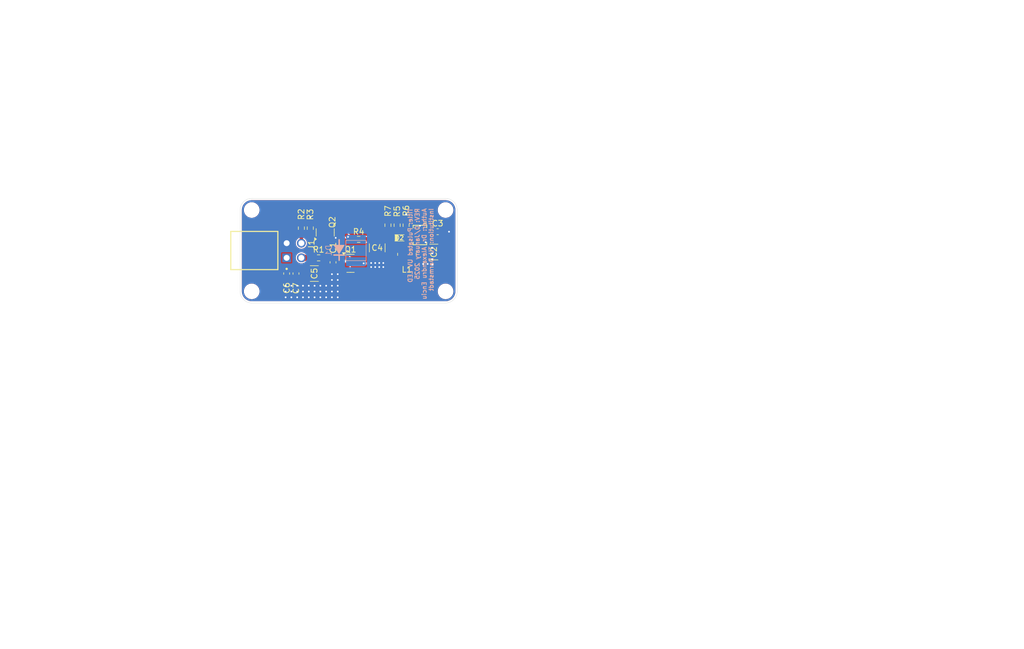
<source format=kicad_pcb>
(kicad_pcb (version 20240108) (generator "pcbnew") (generator_version "8.0")
  (layers (0 "F.Cu" signal) (31 "B.Cu" signal) (34 "B.Paste" user) (35 "F.Paste" user) (36 "B.SilkS" user "B.Silkscreen") (37 "F.SilkS" user "F.Silkscreen") (38 "B.Mask" user) (39 "F.Mask" user) (44 "Edge.Cuts" user))
  (net 0 "")
  (net 1 "Net-(Q1-B)")
  (net 2 "GND")
  (net 3 "+3V3")
  (net 4 "Net-(U1-INTV_cc)")
  (net 5 "5.8V")
  (net 6 "Net-(D2-A)")
  (net 7 "Net-(D1-K)")
  (net 8 "Net-(D1-A)")
  (net 9 "GPIO_Pulse")
  (net 10 "GPIO_PWM")
  (net 11 "Net-(R5-Pad2)")
  (net 12 "Net-(U1-FBX)")
  (footprint "Resistor_SMD:R_0603_1608Metric" (layer "F.Cu") (at 95.3124 67.535 -90)
    (property "Reference" "R6" (at -2.5 0 90) (layer "F.SilkS"))
    (property "Value" "24k9")
    (fp_line (start -0.237258 0.5225) (end 0.237258 0.5225) (stroke (width 0.12)) (layer "F.SilkS"))
    (fp_line (start -0.237258 -0.5225) (end 0.237258 -0.5225) (stroke (width 0.12)) (layer "F.SilkS"))
    (pad "1" smd roundrect (at -0.825 0 270) (size 0.8 0.95) (layers "F.Cu" "F.Paste" "F.Mask") (net 2 "GND"))
    (pad "2" smd roundrect (at 0.825 0 270) (size 0.8 0.95) (layers "F.Cu" "F.Paste" "F.Mask") (net 12 "Net-(U1-FBX)"))
  )
  (footprint "Resistor_SMD:R_0603_1608Metric" (layer "F.Cu") (at 80.2 73.18)
    (property "Reference" "R1" (at 0 -1.43 0) (layer "F.SilkS"))
    (property "Value" "4k7")
    (fp_line (start -0.237258 -0.5225) (end 0.237258 -0.5225) (stroke (width 0.12)) (layer "F.SilkS"))
    (fp_line (start -0.237258 0.5225) (end 0.237258 0.5225) (stroke (width 0.12)) (layer "F.SilkS"))
    (pad "1" smd roundrect (at -0.825 0) (size 0.8 0.95) (layers "F.Cu" "F.Paste" "F.Mask") (net 10 "GPIO_PWM"))
    (pad "2" smd roundrect (at 0.825 0) (size 0.8 0.95) (layers "F.Cu" "F.Paste" "F.Mask") (net 1 "Net-(Q1-B)"))
  )
  (footprint "Capacitor_SMD:C_0603_1608Metric" (layer "F.Cu") (at 100.7624 68.655)
    (property "Reference" "C3" (at 0 -1.43 0) (layer "F.SilkS"))
    (property "Value" "1uF")
    (fp_line (start -0.14058 -0.51) (end 0.14058 -0.51) (stroke (width 0.12)) (layer "F.SilkS"))
    (fp_line (start -0.14058 0.51) (end 0.14058 0.51) (stroke (width 0.12)) (layer "F.SilkS"))
    (pad "1" smd roundrect (at -0.775 0) (size 0.9 0.95) (layers "F.Cu" "F.Paste" "F.Mask") (net 4 "Net-(U1-INTV_cc)"))
    (pad "2" smd roundrect (at 0.775 0) (size 0.9 0.95) (layers "F.Cu" "F.Paste" "F.Mask") (net 2 "GND"))
  )
  (footprint "Inductor_SMD:L_Wuerth_MAPI-3012" (layer "F.Cu") (at 95.45 72.57 90)
    (property "Reference" "L1" (at -2.64 -0.01 180) (layer "F.SilkS"))
    (property "Value" "0.68uH")
    (fp_line (start -0.2 -1.6) (end 0.2 -1.6) (stroke (width 0.12)) (layer "F.SilkS"))
    (fp_line (start -0.2 1.6) (end 0.2 1.6) (stroke (width 0.12)) (layer "F.SilkS"))
    (pad "1" smd rect (at -1.05 0 90) (size 1.3 3.4) (layers "F.Cu" "F.Paste" "F.Mask") (net 3 "+3V3"))
    (pad "2" smd rect (at 1.05 0 90) (size 1.3 3.4) (layers "F.Cu" "F.Paste" "F.Mask") (net 6 "Net-(D2-A)"))
  )
  (footprint "UV_Leds:SOT323_INFINEON" (layer "F.Cu") (at 94.1724 69.73)
    (property "Reference" "D2" (at 0 0 0) (layer "F.SilkS") (effects (font (size 0.75 0.75))))
    (property "Value" "D_Schottky")
    (fp_line (start -0.8 -0.55) (end 0.8 -0.55) (stroke (width 0.1016)) (layer "F.SilkS"))
    (fp_line (start 0.8 0.55) (end -0.8 0.55) (stroke (width 0.1016)) (layer "F.SilkS"))
    (fp_poly (pts (xy -0.8 -0.55) (xy -0.3 -0.55) (xy -0.3 0.55) (xy -0.8 0.55)) (stroke (width 0.01)) (fill solid) (layer "F.SilkS"))
    (pad "1" smd rect (at -1.35 0) (size 1 0.6) (layers "F.Cu" "F.Paste" "F.Mask") (net 5 "5.8V"))
    (pad "2" smd rect (at 1.35 0) (size 1 0.6) (layers "F.Cu" "F.Paste" "F.Mask") (net 6 "Net-(D2-A)"))
  )
  (footprint "Resistor_SMD:R_0603_1608Metric" (layer "F.Cu") (at 77.22 68.045 90)
    (property "Reference" "R2" (at 2.4 -0.01 90) (layer "F.SilkS"))
    (property "Value" "10k")
    (fp_line (start -0.237258 -0.5225) (end 0.237258 -0.5225) (stroke (width 0.12)) (layer "F.SilkS"))
    (fp_line (start -0.237258 0.5225) (end 0.237258 0.5225) (stroke (width 0.12)) (layer "F.SilkS"))
    (pad "1" smd roundrect (at -0.825 0 90) (size 0.8 0.95) (layers "F.Cu" "F.Paste" "F.Mask") (net 9 "GPIO_Pulse"))
    (pad "2" smd roundrect (at 0.825 0 90) (size 0.8 0.95) (layers "F.Cu" "F.Paste" "F.Mask") (net 3 "+3V3"))
  )
  (footprint "Capacitor_SMD:C_1210_3225Metric" (layer "F.Cu") (at 100.1024 72.17 180)
    (property "Reference" "C2" (at 0 0 90) (layer "F.SilkS"))
    (property "Value" "4.7u")
    (fp_line (start -0.711252 1.36) (end 0.711252 1.36) (stroke (width 0.12)) (layer "F.SilkS"))
    (fp_line (start -0.711252 -1.36) (end 0.711252 -1.36) (stroke (width 0.12)) (layer "F.SilkS"))
    (pad "1" smd roundrect (at -1.475 0 180) (size 1.15 2.7) (layers "F.Cu" "F.Paste" "F.Mask") (roundrect_rratio 0.217391) (net 3 "+3V3"))
    (pad "2" smd roundrect (at 1.475 0 180) (size 1.15 2.7) (layers "F.Cu" "F.Paste" "F.Mask") (roundrect_rratio 0.217391) (net 2 "GND"))
  )
  (footprint "MountingHole:MountingHole_2.2mm_M2" (layer "F.Cu") (at 102.125 78.97)
    (property "Reference" "REF**" (hide yes))
    (property "Value" "MountingHole_2.2mm_M2")
    (pad "" np_thru_hole circle (at 0 0) (size 2.2 2.2) (drill 2.2) (layers "*.Cu" "*.Mask"))
  )
  (footprint "Resistor_SMD:R_0603_1608Metric" (layer "F.Cu") (at 87.12 69.98 180)
    (property "Reference" "R4" (at 0 1.32 0) (layer "F.SilkS"))
    (property "Value" "150")
    (fp_line (start -0.237258 0.5225) (end 0.237258 0.5225) (stroke (width 0.12)) (layer "F.SilkS"))
    (fp_line (start -0.237258 -0.5225) (end 0.237258 -0.5225) (stroke (width 0.12)) (layer "F.SilkS"))
    (pad "1" smd roundrect (at -0.825 0 180) (size 0.8 0.95) (layers "F.Cu" "F.Paste" "F.Mask") (net 5 "5.8V"))
    (pad "2" smd roundrect (at 0.825 0 180) (size 0.8 0.95) (layers "F.Cu" "F.Paste" "F.Mask") (net 8 "Net-(D1-A)"))
  )
  (footprint "Resistor_SMD:R_0603_1608Metric" (layer "F.Cu") (at 78.76 68.045 -90)
    (property "Reference" "R3" (at -2.36 0.01 90) (layer "F.SilkS"))
    (property "Value" "10k")
    (fp_line (start -0.237258 0.5225) (end 0.237258 0.5225) (stroke (width 0.12)) (layer "F.SilkS"))
    (fp_line (start -0.237258 -0.5225) (end 0.237258 -0.5225) (stroke (width 0.12)) (layer "F.SilkS"))
    (pad "1" smd roundrect (at -0.825 0 270) (size 0.8 0.95) (layers "F.Cu" "F.Paste" "F.Mask") (net 2 "GND"))
    (pad "2" smd roundrect (at 0.825 0 270) (size 0.8 0.95) (layers "F.Cu" "F.Paste" "F.Mask") (net 9 "GPIO_Pulse"))
  )
  (footprint "Capacitor_SMD:C_1210_3225Metric" (layer "F.Cu") (at 79.46 75.89)
    (property "Reference" "C5" (at 0 0 90) (layer "F.SilkS"))
    (property "Value" "4.7u")
    (fp_line (start -0.711252 -1.36) (end 0.711252 -1.36) (stroke (width 0.12)) (layer "F.SilkS"))
    (fp_line (start -0.711252 1.36) (end 0.711252 1.36) (stroke (width 0.12)) (layer "F.SilkS"))
    (pad "1" smd roundrect (at -1.475 0) (size 1.15 2.7) (layers "F.Cu" "F.Paste" "F.Mask") (roundrect_rratio 0.217391) (net 3 "+3V3"))
    (pad "2" smd roundrect (at 1.475 0) (size 1.15 2.7) (layers "F.Cu" "F.Paste" "F.Mask") (roundrect_rratio 0.217391) (net 2 "GND"))
  )
  (footprint "Package_TO_SOT_SMD:SOT-23" (layer "F.Cu") (at 85.71 74.13)
    (property "Reference" "Q1" (at 0 -2.4 0) (layer "F.SilkS"))
    (property "Value" "BC817")
    (fp_line (start 0 -1.56) (end -0.65 -1.56) (stroke (width 0.12)) (layer "F.SilkS"))
    (fp_line (start 0 -1.56) (end 0.65 -1.56) (stroke (width 0.12)) (layer "F.SilkS"))
    (fp_line (start 0 1.56) (end -0.65 1.56) (stroke (width 0.12)) (layer "F.SilkS"))
    (fp_line (start 0 1.56) (end 0.65 1.56) (stroke (width 0.12)) (layer "F.SilkS"))
    (fp_poly (pts (xy -1.1625 -1.51) (xy -1.4025 -1.84) (xy -0.9225 -1.84) (xy -1.1625 -1.51)) (stroke (width 0.12)) (fill solid) (layer "F.SilkS"))
    (pad "1" smd roundrect (at -0.9375 -0.95) (size 1.475 0.6) (layers "F.Cu" "F.Paste" "F.Mask") (net 1 "Net-(Q1-B)"))
    (pad "2" smd roundrect (at -0.9375 0.95) (size 1.475 0.6) (layers "F.Cu" "F.Paste" "F.Mask") (net 2 "GND"))
    (pad "3" smd roundrect (at 0.9375 0) (size 1.475 0.6) (layers "F.Cu" "F.Paste" "F.Mask") (net 7 "Net-(D1-K)"))
  )
  (footprint "UV_Leds:DFN-8_DDB" (layer "F.Cu") (at 97.7 69.23)
    (property "Reference" "U1" (at 0.9424 -2.02 0) (layer "F.SilkS") (effects (font (size 0.314961 0.314961) (thickness 0.07874))))
    (property "Value" "~")
    (fp_line (start -1.1684 -1.6764) (end -1.1684 -1.2446) (stroke (width 0.1524)) (layer "F.SilkS"))
    (fp_line (start -1.1684 1.2446) (end -1.1684 1.6764) (stroke (width 0.1524)) (layer "F.SilkS"))
    (fp_line (start -1.1684 1.6764) (end 1.1684 1.6764) (stroke (width 0.1524)) (layer "F.SilkS"))
    (fp_line (start 1.1684 -1.6764) (end -1.1684 -1.6764) (stroke (width 0.1524)) (layer "F.SilkS"))
    (fp_line (start 1.1684 -1.2446) (end 1.1684 -1.6764) (stroke (width 0.1524)) (layer "F.SilkS"))
    (fp_line (start 1.1684 1.6764) (end 1.1684 1.2446) (stroke (width 0.1524)) (layer "F.SilkS"))
    (pad "1" smd rect (at -0.9524 -0.75) (size 0.8048 0.3) (layers "F.Cu" "F.Paste" "F.Mask") (net 12 "Net-(U1-FBX)"))
    (pad "2" smd rect (at -0.9524 -0.25) (size 0.8048 0.3) (layers "F.Cu" "F.Paste" "F.Mask"))
    (pad "3" smd rect (at -0.9524 0.25) (size 0.8048 0.3) (layers "F.Cu" "F.Paste" "F.Mask") (net 6 "Net-(D2-A)"))
    (pad "4" smd rect (at -0.9524 0.75) (size 0.8048 0.3) (layers "F.Cu" "F.Paste" "F.Mask") (net 6 "Net-(D2-A)"))
    (pad "5" smd rect (at 0.9524 0.75) (size 0.8048 0.3) (layers "F.Cu" "F.Paste" "F.Mask") (net 2 "GND"))
    (pad "6" smd rect (at 0.9524 0.25) (size 0.8048 0.3) (layers "F.Cu" "F.Paste" "F.Mask") (net 3 "+3V3"))
    (pad "7" smd rect (at 0.9524 -0.25) (size 0.8048 0.3) (layers "F.Cu" "F.Paste" "F.Mask") (net 4 "Net-(U1-INTV_cc)"))
    (pad "8" smd rect (at 0.9524 -0.75) (size 0.8048 0.3) (layers "F.Cu" "F.Paste" "F.Mask") (net 3 "+3V3"))
    (pad "9" smd rect (at 0 0) (size 0.61 2.2) (layers "F.Cu" "F.Mask") (net 2 "GND"))
  )
  (footprint "Capacitor_SMD:C_0603_1608Metric" (layer "F.Cu") (at 76.29 75.89 -90)
    (property "Reference" "C7" (at 2.55 -0.01 90) (layer "F.SilkS"))
    (property "Value" "100n")
    (fp_line (start -0.14058 0.51) (end 0.14058 0.51) (stroke (width 0.12)) (layer "F.SilkS"))
    (fp_line (start -0.14058 -0.51) (end 0.14058 -0.51) (stroke (width 0.12)) (layer "F.SilkS"))
    (pad "1" smd roundrect (at -0.775 0 270) (size 0.9 0.95) (layers "F.Cu" "F.Paste" "F.Mask") (net 3 "+3V3"))
    (pad "2" smd roundrect (at 0.775 0 270) (size 0.9 0.95) (layers "F.Cu" "F.Paste" "F.Mask") (net 2 "GND"))
  )
  (footprint "Resistor_SMD:R_0603_1608Metric" (layer "F.Cu") (at 93.7624 67.535 90)
    (property "Reference" "R5" (at 2.39 -0.02 90) (layer "F.SilkS"))
    (property "Value" "9k09")
    (fp_line (start -0.237258 -0.5225) (end 0.237258 -0.5225) (stroke (width 0.12)) (layer "F.SilkS"))
    (fp_line (start -0.237258 0.5225) (end 0.237258 0.5225) (stroke (width 0.12)) (layer "F.SilkS"))
    (pad "1" smd roundrect (at -0.825 0 90) (size 0.8 0.95) (layers "F.Cu" "F.Paste" "F.Mask") (net 12 "Net-(U1-FBX)"))
    (pad "2" smd roundrect (at 0.825 0 90) (size 0.8 0.95) (layers "F.Cu" "F.Paste" "F.Mask") (net 11 "Net-(R5-Pad2)"))
  )
  (footprint "MountingHole:MountingHole_2.2mm_M2" (layer "F.Cu") (at 68.645 64.91)
    (property "Reference" "REF**" (hide yes))
    (property "Value" "MountingHole_2.2mm_M2")
    (pad "" np_thru_hole circle (at 0 0) (size 2.2 2.2) (drill 2.2) (layers "*.Cu" "*.Mask"))
  )
  (footprint "UV_Leds:SAMTEC_IPL1-102-01-X-D-RA-K" (layer "F.Cu") (at 75.95 71.91 90)
    (property "Reference" "J1" (at 0.985 3.01 90) (layer "F.SilkS"))
    (property "Value" "PWR/Signal")
    (fp_line (start 3.3 -10.92) (end -3.3 -10.92) (stroke (width 0.2)) (layer "F.SilkS"))
    (fp_line (start -3.3 -10.92) (end -3.3 -2.79) (stroke (width 0.2)) (layer "F.SilkS"))
    (fp_line (start 3.3 -2.79) (end 3.3 -10.92) (stroke (width 0.2)) (layer "F.SilkS"))
    (fp_line (start -3.3 -2.79) (end 3.3 -2.79) (stroke (width 0.2)) (layer "F.SilkS"))
    (fp_circle (center -3.175 -1.27) (end -3.075 -1.27) (stroke (width 0.2)) (fill none) (layer "F.SilkS"))
    (pad "1" thru_hole rect (at -1.27 -1.27 90) (size 1.53 1.53) (drill 1.02) (layers "*.Cu" "*.Mask") (net 3 "+3V3"))
    (pad "2" thru_hole circle (at 1.27 -1.27 90) (size 1.53 1.53) (drill 1.02) (layers "*.Cu" "*.Mask") (net 2 "GND"))
    (pad "3" thru_hole circle (at -1.27 1.27 90) (size 1.53 1.53) (drill 1.02) (layers "*.Cu" "*.Mask") (net 10 "GPIO_PWM"))
    (pad "4" thru_hole circle (at 1.27 1.27 90) (size 1.53 1.53) (drill 1.02) (layers "*.Cu" "*.Mask") (net 9 "GPIO_Pulse"))
  )
  (footprint "MountingHole:MountingHole_2.2mm_M2" (layer "F.Cu") (at 68.645 78.97)
    (property "Reference" "REF**" (hide yes))
    (property "Value" "MountingHole_2.2mm_M2")
    (pad "" np_thru_hole circle (at 0 0) (size 2.2 2.2) (drill 2.2) (layers "*.Cu" "*.Mask"))
  )
  (footprint "Resistor_SMD:R_0603_1608Metric" (layer "F.Cu") (at 92.1724 67.535 -90)
    (property "Reference" "R7" (at -2.44 0 90) (layer "F.SilkS"))
    (property "Value" "392")
    (fp_line (start -0.237258 0.5225) (end 0.237258 0.5225) (stroke (width 0.12)) (layer "F.SilkS"))
    (fp_line (start -0.237258 -0.5225) (end 0.237258 -0.5225) (stroke (width 0.12)) (layer "F.SilkS"))
    (pad "1" smd roundrect (at -0.825 0 270) (size 0.8 0.95) (layers "F.Cu" "F.Paste" "F.Mask") (net 11 "Net-(R5-Pad2)"))
    (pad "2" smd roundrect (at 0.825 0 270) (size 0.8 0.95) (layers "F.Cu" "F.Paste" "F.Mask") (net 5 "5.8V"))
  )
  (footprint "Package_TO_SOT_SMD:SOT-23" (layer "F.Cu") (at 81.34 68.7825 90)
    (property "Reference" "Q2" (at 1.7725 1.23 90) (layer "F.SilkS"))
    (property "Value" "2N7002")
    (fp_line (start 0 -1.56) (end 0.65 -1.56) (stroke (width 0.12)) (layer "F.SilkS"))
    (fp_line (start 0 -1.56) (end -0.65 -1.56) (stroke (width 0.12)) (layer "F.SilkS"))
    (fp_line (start 0 1.56) (end 0.65 1.56) (stroke (width 0.12)) (layer "F.SilkS"))
    (fp_line (start 0 1.56) (end -0.65 1.56) (stroke (width 0.12)) (layer "F.SilkS"))
    (fp_poly (pts (xy -1.1625 -1.51) (xy -1.4025 -1.84) (xy -0.9225 -1.84) (xy -1.1625 -1.51)) (stroke (width 0.12)) (fill solid) (layer "F.SilkS"))
    (pad "1" smd roundrect (at -0.9375 -0.95 90) (size 1.475 0.6) (layers "F.Cu" "F.Paste" "F.Mask") (net 9 "GPIO_Pulse"))
    (pad "2" smd roundrect (at -0.9375 0.95 90) (size 1.475 0.6) (layers "F.Cu" "F.Paste" "F.Mask") (net 2 "GND"))
    (pad "3" smd roundrect (at 0.9375 0 90) (size 1.475 0.6) (layers "F.Cu" "F.Paste" "F.Mask") (net 8 "Net-(D1-A)"))
  )
  (footprint "MountingHole:MountingHole_2.2mm_M2" (layer "F.Cu") (at 102.125 64.91)
    (property "Reference" "REF**" (hide yes))
    (property "Value" "MountingHole_2.2mm_M2")
    (pad "" np_thru_hole circle (at 0 0) (size 2.2 2.2) (drill 2.2) (layers "*.Cu" "*.Mask"))
  )
  (footprint "Capacitor_SMD:C_0603_1608Metric" (layer "F.Cu") (at 74.68 75.89 -90)
    (property "Reference" "C6" (at 2.5 -0.01 90) (layer "F.SilkS"))
    (property "Value" "10n")
    (fp_line (start -0.14058 0.51) (end 0.14058 0.51) (stroke (width 0.12)) (layer "F.SilkS"))
    (fp_line (start -0.14058 -0.51) (end 0.14058 -0.51) (stroke (width 0.12)) (layer "F.SilkS"))
    (pad "1" smd roundrect (at -0.775 0 270) (size 0.9 0.95) (layers "F.Cu" "F.Paste" "F.Mask") (net 3 "+3V3"))
    (pad "2" smd roundrect (at 0.775 0 270) (size 0.9 0.95) (layers "F.Cu" "F.Paste" "F.Mask") (net 2 "GND"))
  )
  (footprint "Capacitor_SMD:C_1210_3225Metric" (layer "F.Cu") (at 90.3224 71.45 -90)
    (property "Reference" "C4" (at 0 0 180) (layer "F.SilkS"))
    (property "Value" "4.7u")
    (fp_line (start -0.711252 1.36) (end 0.711252 1.36) (stroke (width 0.12)) (layer "F.SilkS"))
    (fp_line (start -0.711252 -1.36) (end 0.711252 -1.36) (stroke (width 0.12)) (layer "F.SilkS"))
    (pad "1" smd roundrect (at -1.475 0 270) (size 1.15 2.7) (layers "F.Cu" "F.Paste" "F.Mask") (roundrect_rratio 0.217391) (net 5 "5.8V"))
    (pad "2" smd roundrect (at 1.475 0 270) (size 1.15 2.7) (layers "F.Cu" "F.Paste" "F.Mask") (roundrect_rratio 0.217391) (net 2 "GND"))
  )
  (footprint "Capacitor_SMD:C_0603_1608Metric" (layer "F.Cu") (at 82.69 73.955 -90)
    (property "Reference" "C1" (at -2.515 -0.02 90) (layer "F.SilkS"))
    (property "Value" "1u")
    (fp_line (start -0.14058 0.51) (end 0.14058 0.51) (stroke (width 0.12)) (layer "F.SilkS"))
    (fp_line (start -0.14058 -0.51) (end 0.14058 -0.51) (stroke (width 0.12)) (layer "F.SilkS"))
    (pad "1" smd roundrect (at -0.775 0 270) (size 0.9 0.95) (layers "F.Cu" "F.Paste" "F.Mask") (net 1 "Net-(Q1-B)"))
    (pad "2" smd roundrect (at 0.775 0 270) (size 0.9 0.95) (layers "F.Cu" "F.Paste" "F.Mask") (net 2 "GND"))
  )
  (footprint "UV_Leds:OSLON_UV_3535" (layer "B.Cu") (at 86.6475 71.91 -90)
    (property "Reference" "D1" (at 0 4.7 90) (layer "B.SilkS") (effects (font (thickness 0.1)) (justify mirror)))
    (property "Value" "UV_LED")
    (fp_line (start -0.95 2.9) (end -1.85 2.9) (stroke (width 0.25)) (layer "B.SilkS"))
    (fp_line (start 0.782044 2.9) (end 0.782044 3.8) (stroke (width 0.25)) (layer "B.SilkS"))
    (fp_line (start 1.682044 2.9) (end 0.782044 2.9) (stroke (width 0.25)) (layer "B.SilkS"))
    (fp_line (start 0.782044 2) (end 0.782044 2.9) (stroke (width 0.25)) (layer "B.SilkS"))
    (fp_rect (start -1.75 1.75) (end 1.75 -1.75) (stroke (width 0.1)) (fill none) (layer "B.SilkS"))
    (fp_poly (pts (xy -0.917956 3.775) (xy -0.917956 2.025) (xy 0.582044 2.925)) (stroke (width 0.1)) (fill solid) (layer "B.SilkS"))
    (pad "1" smd rect (at 1.925 0 270) (size 1.55 3.4) (layers "B.Cu" "B.Paste") (net 7 "Net-(D1-K)"))
    (pad "2" smd rect (at -1.925 0 270) (size 1.55 3.4) (layers "B.Cu" "B.Paste") (net 8 "Net-(D1-A)"))
    (pad "3" smd rect (at 0 -2.501 270) (size 5.4 1.02) (layers "B.Cu" "B.Paste") (net 2 "GND"))
    (pad "3" smd rect (at 0 0 270) (size 1 4.2) (layers "B.Cu" "B.Paste") (net 2 "GND"))
    (pad "3" smd rect (at 0 2.501 270) (size 5.4 1.02) (layers "B.Cu" "B.Paste") (net 2 "GND"))
  )
  (gr_poly (pts (xy 97.1524 69.33) (xy 96.3424 69.33) (xy 96.0224 69.43) (xy 95.0224 69.43) (xy 95.0224 70.03) (xy 93.7524 70.87) (xy 93.7524 72.17) (xy 97.1524 72.17)) (stroke (width 0.001)) (fill solid) (layer "F.Cu") (net 6))
  (gr_poly (pts (xy 92.6524 67.96) (xy 91.7324 67.96) (xy 88.9624 69.43) (xy 88.9624 70.55) (xy 91.8524 70.55) (xy 92.3224 70.03) (xy 93.3224 70.03) (xy 93.3224 69.43) (xy 92.6424 68.77)) (stroke (width 0.001)) (fill solid) (layer "F.Cu") (net 5))
  (gr_rect (start 89.0724 72.63) (end 91.5724 75.13) (stroke (width 0.2)) (fill solid) (layer "F.Cu") (net 2))
  (gr_arc (start 102.125 62.91) (mid 103.539214 63.495786) (end 104.125 64.91) (stroke (width 0.05)) (layer "Edge.Cuts"))
  (gr_line (start 66.645 78.97) (end 66.645 64.91) (stroke (width 0.05)) (layer "Edge.Cuts"))
  (gr_arc (start 68.645 80.97) (mid 67.230786 80.384214) (end 66.645 78.97) (stroke (width 0.05)) (layer "Edge.Cuts"))
  (gr_line (start 68.645 62.91) (end 102.125 62.91) (stroke (width 0.05)) (layer "Edge.Cuts"))
  (gr_line (start 104.125 64.91) (end 104.125 78.97) (stroke (width 0.05)) (layer "Edge.Cuts"))
  (gr_line (start 102.125 80.97) (end 68.645 80.97) (stroke (width 0.05)) (layer "Edge.Cuts"))
  (gr_arc (start 66.645 64.91) (mid 67.230786 63.495786) (end 68.645 62.91) (stroke (width 0.05)) (layer "Edge.Cuts"))
  (gr_arc (start 104.125 78.97) (mid 103.539214 80.384214) (end 102.125 80.97) (stroke (width 0.05)) (layer "Edge.Cuts"))
  (gr_text "Title: Pulsated UV LED\nREV: 0/January 2025\nAuthor: Dr. Alexandru Enciu\nInstitution: TU Darmstadt\n" (at 100.095 64.54 90) (layer "B.SilkS") (effects (font (size 0.75 0.75)) (justify left bottom mirror)))
  (segment (start 81.025 73.18) (end 82.69 73.18) (width 0.8) (layer "F.Cu") (net 1))
  (segment (start 82.69 73.18) (end 84.7725 73.18) (width 0.6) (layer "F.Cu") (net 1))
  (segment (start 78.76 67.22) (end 78.76 66.18) (width 0.8) (layer "F.Cu") (net 2))
  (segment (start 95.3124 66.71) (end 95.3124 65.68) (width 0.8) (layer "F.Cu") (net 2))
  (segment (start 82.29 69.72) (end 83.15 69.72) (width 0.6) (layer "F.Cu") (net 2))
  (segment (start 102.7174 68.655) (end 101.5374 68.655) (width 0.8) (layer "F.Cu") (net 2))
  (segment (start 102.7224 68.66) (end 102.7174 68.655) (width 0.2) (layer "F.Cu") (net 2))
  (via (at 76.5 79) (size 0.6) (drill 0.3) (layers "F.Cu" "B.Cu") (net 2))
  (via (at 102.7224 68.66) (size 0.6) (drill 0.3) (layers "F.Cu" "B.Cu") (net 2))
  (via (at 89.9724 74.07) (size 0.6) (drill 0.3) (layers "F.Cu" "B.Cu") (net 2))
  (via (at 80.5 80) (size 0.6) (drill 0.3) (layers "F.Cu" "B.Cu") (net 2))
  (via (at 74.5 80) (size 0.6) (drill 0.3) (layers "F.Cu" "B.Cu") (net 2))
  (via (at 91.3724 74.77) (size 0.6) (drill 0.3) (layers "F.Cu" "B.Cu") (net 2))
  (via (at 98.6724 70.48) (size 0.6) (drill 0.3) (layers "F.Cu" "B.Cu") (net 2))
  (via (at 78.76 66.18) (size 0.6) (drill 0.3) (layers "F.Cu" "B.Cu") (net 2))
  (via (at 78.5 79) (size 0.6) (drill 0.3) (layers "F.Cu" "B.Cu") (net 2))
  (via (at 90.6724 74.07) (size 0.6) (drill 0.3) (layers "F.Cu" "B.Cu") (net 2))
  (via (at 89.2724 74.77) (size 0.6) (drill 0.3) (layers "F.Cu" "B.Cu") (net 2))
  (via (at 83.5 78) (size 0.6) (drill 0.3) (layers "F.Cu" "B.Cu") (net 2))
  (via (at 79.5 80) (size 0.6) (drill 0.3) (layers "F.Cu" "B.Cu") (net 2))
  (via (at 97.7024 67.64) (size 0.6) (drill 0.3) (layers "F.Cu" "B.Cu") (net 2))
  (via (at 81.5 78) (size 0.6) (drill 0.3) (layers "F.Cu" "B.Cu") (net 2))
  (via (at 74.5 78) (size 0.6) (drill 0.3) (layers "F.Cu" "B.Cu") (net 2))
  (via (at 83.5 80) (size 0.6) (drill 0.3) (layers "F.Cu" "B.Cu") (net 2))
  (via (at 99.855 74.36) (size 0.6) (drill 0.3) (layers "F.Cu" "B.Cu") (net 2))
  (via (at 83.5 76) (size 0.6) (drill 0.3) (layers "F.Cu" "B.Cu") (net 2))
  (via (at 75.5 78) (size 0.6) (drill 0.3) (layers "F.Cu" "B.Cu") (net 2))
  (via (at 79.5 78) (size 0.6) (drill 0.3) (layers "F.Cu" "B.Cu") (net 2))
  (via (at 83.5 79) (size 0.6) (drill 0.3) (layers "F.Cu" "B.Cu") (net 2))
  (via (at 77.5 79) (size 0.6) (drill 0.3) (layers "F.Cu" "B.Cu") (net 2))
  (via (at 83.5 77) (size 0.6) (drill 0.3) (layers "F.Cu" "B.Cu") (net 2))
  (via (at 78.5 80) (size 0.6) (drill 0.3) (layers "F.Cu" "B.Cu") (net 2))
  (via (at 75.5 79) (size 0.6) (drill 0.3) (layers "F.Cu" "B.Cu") (net 2))
  (via (at 79.5 79) (size 0.6) (drill 0.3) (layers "F.Cu" "B.Cu") (net 2))
  (via (at 99.815 73.42) (size 0.6) (drill 0.3) (layers "F.Cu" "B.Cu") (net 2))
  (via (at 81.5 79) (size 0.6) (drill 0.3) (layers "F.Cu" "B.Cu") (net 2))
  (via (at 99.825 72.41) (size 0.6) (drill 0.3) (layers "F.Cu" "B.Cu") (net 2))
  (via (at 82.5 79) (size 0.6) (drill 0.3) (layers "F.Cu" "B.Cu") (net 2))
  (via (at 89.9724 74.77) (size 0.6) (drill 0.3) (layers "F.Cu" "B.Cu") (net 2))
  (via (at 95.3124 65.68) (size 0.6) (drill 0.3) (layers "F.Cu" "B.Cu") (net 2))
  (via (at 99.795 71.46) (size 0.6) (drill 0.3) (layers "F.Cu" "B.Cu") (net 2))
  (via (at 83.15 69.72) (size 0.6) (drill 0.3) (layers "F.Cu" "B.Cu") (net 2))
  (via (at 77.5 80) (size 0.6) (drill 0.3) (layers "F.Cu" "B.Cu") (net 2))
  (via (at 78.5 78) (size 0.6) (drill 0.3) (layers "F.Cu" "B.Cu") (net 2))
  (via (at 99.0324 74.23) (size 0.6) (drill 0.3) (layers "F.Cu" "B.Cu") (net 2))
  (via (at 80.5 79) (size 0.6) (drill 0.3) (layers "F.Cu" "B.Cu") (net 2))
  (via (at 76.5 80) (size 0.6) (drill 0.3) (layers "F.Cu" "B.Cu") (net 2))
  (via (at 90.6724 74.77) (size 0.6) (drill 0.3) (layers "F.Cu" "B.Cu") (net 2))
  (via (at 89.2724 74.07) (size 0.6) (drill 0.3) (layers "F.Cu" "B.Cu") (net 2))
  (via (at 74.5 79) (size 0.6) (drill 0.3) (layers "F.Cu" "B.Cu") (net 2))
  (via (at 77.5 78) (size 0.6) (drill 0.3) (layers "F.Cu" "B.Cu") (net 2))
  (via (at 81.5 80) (size 0.6) (drill 0.3) (layers "F.Cu" "B.Cu") (net 2))
  (via (at 82.5 77) (size 0.6) (drill 0.3) (layers "F.Cu" "B.Cu") (net 2))
  (via (at 80.5 78) (size 0.6) (drill 0.3) (layers "F.Cu" "B.Cu") (net 2))
  (via (at 82.5 78) (size 0.6) (drill 0.3) (layers "F.Cu" "B.Cu") (net 2))
  (via (at 91.3724 74.07) (size 0.6) (drill 0.3) (layers "F.Cu" "B.Cu") (net 2))
  (via (at 76.5 78) (size 0.6) (drill 0.3) (layers "F.Cu" "B.Cu") (net 2))
  (via (at 82.5 76) (size 0.6) (drill 0.3) (layers "F.Cu" "B.Cu") (net 2))
  (via (at 98.2424 74.24) (size 0.6) (drill 0.3) (layers "F.Cu" "B.Cu") (net 2))
  (via (at 82.5 80) (size 0.6) (drill 0.3) (layers "F.Cu" "B.Cu") (net 2))
  (via (at 75.5 80) (size 0.6) (drill 0.3) (layers "F.Cu" "B.Cu") (net 2))
  (segment (start 99.7874 68.98) (end 99.9874 68.78) (width 0.2) (layer "F.Cu") (net 4))
  (segment (start 99.6624 68.98) (end 99.9874 68.655) (width 0.3) (layer "F.Cu") (net 4))
  (segment (start 98.6524 68.98) (end 99.6624 68.98) (width 0.3) (layer "F.Cu") (net 4))
  (segment (start 87.945 69.98) (end 90.3174 69.98) (width 0.8) (layer "F.Cu") (net 5))
  (segment (start 90.3174 69.98) (end 90.3224 69.975) (width 0.2) (layer "F.Cu") (net 5))
  (segment (start 87.97 74.13) (end 86.6475 74.13) (width 0.6) (layer "F.Cu") (net 7))
  (via (at 87.97 74.13) (size 0.6) (drill 0.3) (layers "F.Cu" "B.Cu") (net 7))
  (segment (start 83.575 67.845) (end 81.34 67.845) (width 0.6) (layer "F.Cu") (net 8))
  (segment (start 85.28 69.55) (end 83.575 67.845) (width 0.6) (layer "F.Cu") (net 8))
  (segment (start 85.71 69.98) (end 85.28 69.55) (width 0.6) (layer "F.Cu") (net 8))
  (segment (start 86.295 69.98) (end 85.71 69.98) (width 0.6) (layer "F.Cu") (net 8))
  (via (at 85.28 69.55) (size 0.6) (drill 0.3) (layers "F.Cu" "B.Cu") (net 8))
  (segment (start 77.23 70.63) (end 77.22 70.64) (width 0.6) (layer "F.Cu") (net 9))
  (segment (start 77.22 68.87) (end 78.76 68.87) (width 0.6) (layer "F.Cu") (net 9))
  (segment (start 78.76 68.87) (end 79.61 69.72) (width 0.6) (layer "F.Cu") (net 9))
  (segment (start 77.22 70.64) (end 77.22 68.87) (width 0.6) (layer "F.Cu") (net 9))
  (segment (start 79.61 69.72) (end 80.39 69.72) (width 0.6) (layer "F.Cu") (net 9))
  (segment (start 77.22 73.18) (end 79.375 73.18) (width 0.8) (layer "F.Cu") (net 10))
  (segment (start 92.1724 66.71) (end 93.7624 66.71) (width 0.8) (layer "F.Cu") (net 11))
  (segment (start 96.7476 68.48) (end 95.4324 68.48) (width 0.3) (layer "F.Cu") (net 12))
  (segment (start 95.3124 68.36) (end 93.7624 68.36) (width 0.8) (layer "F.Cu") (net 12))
  (segment (start 95.4324 68.48) (end 95.3124 68.36) (width 0.3) (layer "F.Cu") (net 12))
  (zone (net 2) (net_name "GND") (layer "F.Cu") (priority 1) (connect_pads yes (clearance 0.15)) (min_thickness 0.15) (fill yes (thermal_gap 0.5) (thermal_bridge_width 0.5))
    (polygon (pts (xy 74 75.9) (xy 74 80.44) (xy 85.54 80.43) (xy 85.54 73.99) (xy 79.4 74) (xy 79.4 77.7) (xy 77 77.7) (xy 77 75.9)))
  )
  (zone (net 3) (net_name "+3V3") (layer "F.Cu") (connect_pads yes (clearance 0.15)) (min_thickness 0.15) (fill yes (thermal_gap 0.5) (thermal_bridge_width 0.5))
    (polygon (pts (xy 29.9 33.22) (xy 196.17 33.22) (xy 196.17 132.15) (xy 29.9 132.15)))
  )
  (zone (net 2) (net_name "GND") (layer "F.Cu") (priority 1) (connect_pads yes (clearance 0.15)) (min_thickness 0.15) (fill yes (thermal_gap 0.5) (thermal_bridge_width 0.5))
    (polygon (pts (xy 97.2624 67.3) (xy 97.2624 70.48) (xy 97.7024 70.48) (xy 97.7024 74.96) (xy 100.3624 74.96) (xy 100.3524 70.49) (xy 99.0524 69.83) (xy 98.0324 69.83) (xy 98.0324 68.11) (xy 98.1824 68.11) (xy 98.1824 67.3)))
  )
  (zone (net 2) (net_name "GND") (layer "B.Cu") (connect_pads yes (clearance 0.15)) (min_thickness 0.15) (fill yes (thermal_gap 0.5) (thermal_bridge_width 0.5))
    (polygon (pts (xy 25.17 28.61) (xy 202.04 28.61) (xy 202.04 140.84) (xy 25.17 140.84)))
  )
)
</source>
